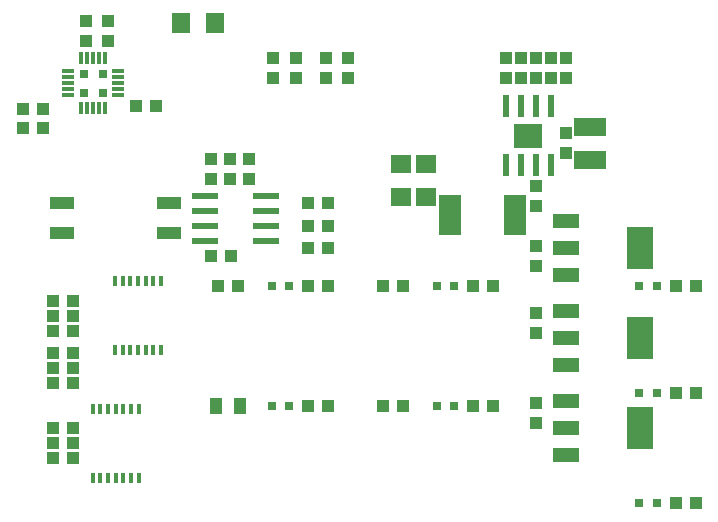
<source format=gtp>
G75*
%MOIN*%
%OFA0B0*%
%FSLAX24Y24*%
%IPPOS*%
%LPD*%
%AMOC8*
5,1,8,0,0,1.08239X$1,22.5*
%
%ADD10R,0.0138X0.0354*%
%ADD11R,0.0394X0.0433*%
%ADD12R,0.1063X0.0630*%
%ADD13R,0.0220X0.0780*%
%ADD14R,0.0980X0.0790*%
%ADD15R,0.0433X0.0394*%
%ADD16R,0.0728X0.1339*%
%ADD17R,0.0709X0.0630*%
%ADD18R,0.0433X0.0551*%
%ADD19R,0.0880X0.0480*%
%ADD20R,0.0866X0.1417*%
%ADD21R,0.0315X0.0315*%
%ADD22R,0.0866X0.0236*%
%ADD23R,0.0790X0.0430*%
%ADD24R,0.0394X0.0118*%
%ADD25R,0.0118X0.0394*%
%ADD26R,0.0630X0.0710*%
D10*
X005182Y004098D03*
X005438Y004098D03*
X005694Y004098D03*
X005950Y004098D03*
X006206Y004098D03*
X006462Y004098D03*
X006718Y004098D03*
X006718Y006402D03*
X006462Y006402D03*
X006206Y006402D03*
X005950Y006402D03*
X005694Y006402D03*
X005438Y006402D03*
X005182Y006402D03*
X005932Y008348D03*
X006188Y008348D03*
X006444Y008348D03*
X006700Y008348D03*
X006956Y008348D03*
X007212Y008348D03*
X007468Y008348D03*
X007468Y010652D03*
X007212Y010652D03*
X006956Y010652D03*
X006700Y010652D03*
X006444Y010652D03*
X006188Y010652D03*
X005932Y010652D03*
D11*
X004535Y010000D03*
X003865Y010000D03*
X003865Y009500D03*
X003865Y009000D03*
X004535Y009000D03*
X004535Y009500D03*
X004535Y008250D03*
X004535Y007750D03*
X003865Y007750D03*
X003865Y008250D03*
X003865Y007250D03*
X004535Y007250D03*
X004535Y005750D03*
X004535Y005250D03*
X004535Y004750D03*
X003865Y004750D03*
X003865Y005250D03*
X003865Y005750D03*
X009365Y010500D03*
X010035Y010500D03*
X012365Y010500D03*
X013035Y010500D03*
X014865Y010500D03*
X015535Y010500D03*
X017865Y010500D03*
X018535Y010500D03*
X019950Y013165D03*
X019950Y013835D03*
X020950Y014915D03*
X020950Y015585D03*
X019450Y017415D03*
X018950Y017415D03*
X018950Y018085D03*
X019450Y018085D03*
X013035Y013250D03*
X012365Y013250D03*
X012365Y012500D03*
X013035Y012500D03*
X013035Y011750D03*
X012365Y011750D03*
X012365Y006500D03*
X013035Y006500D03*
X014865Y006500D03*
X015535Y006500D03*
X017865Y006500D03*
X018535Y006500D03*
X024615Y006933D03*
X025285Y006933D03*
X025285Y010500D03*
X024615Y010500D03*
X024615Y003250D03*
X025285Y003250D03*
X003535Y015750D03*
X002865Y015750D03*
X002865Y016385D03*
X003535Y016385D03*
X004950Y018665D03*
X005700Y018665D03*
X005700Y019335D03*
X004950Y019335D03*
D12*
X021750Y015801D03*
X021750Y014699D03*
D13*
X020450Y014530D03*
X019950Y014530D03*
X019450Y014530D03*
X018950Y014530D03*
X018950Y016470D03*
X019450Y016470D03*
X019950Y016470D03*
X020450Y016470D03*
D14*
X019700Y015500D03*
D15*
X019950Y017415D03*
X020450Y017415D03*
X020950Y017415D03*
X020950Y018085D03*
X020450Y018085D03*
X019950Y018085D03*
X013700Y018085D03*
X012950Y018085D03*
X012950Y017415D03*
X013700Y017415D03*
X011950Y017415D03*
X011200Y017415D03*
X011200Y018085D03*
X011950Y018085D03*
X007285Y016500D03*
X006615Y016500D03*
X009133Y014735D03*
X009768Y014735D03*
X010403Y014735D03*
X010403Y014065D03*
X009768Y014065D03*
X009133Y014065D03*
X009115Y011500D03*
X009785Y011500D03*
X019950Y011165D03*
X019950Y011835D03*
X019950Y009585D03*
X019950Y008915D03*
X019950Y006585D03*
X019950Y005915D03*
D16*
X019263Y012868D03*
X017098Y012868D03*
D17*
X016300Y013449D03*
X015450Y013449D03*
X015450Y014551D03*
X016300Y014551D03*
D18*
X010094Y006500D03*
X009306Y006500D03*
D19*
X020980Y006660D03*
X020980Y005750D03*
X020980Y004840D03*
X020980Y007840D03*
X020980Y008750D03*
X020980Y009660D03*
X020980Y010840D03*
X020980Y011750D03*
X020980Y012660D03*
D20*
X023420Y011750D03*
X023420Y008750D03*
X023420Y005750D03*
D21*
X023405Y006933D03*
X023995Y006933D03*
X023995Y010500D03*
X023405Y010500D03*
X017245Y010500D03*
X016655Y010500D03*
X011745Y010500D03*
X011155Y010500D03*
X011155Y006500D03*
X011745Y006500D03*
X016655Y006500D03*
X017245Y006500D03*
X023405Y003250D03*
X023995Y003250D03*
X005515Y016935D03*
X004885Y016935D03*
X004885Y017565D03*
X005515Y017565D03*
D22*
X008926Y013500D03*
X008926Y013000D03*
X008926Y012500D03*
X008926Y012000D03*
X010974Y012000D03*
X010974Y012500D03*
X010974Y013000D03*
X010974Y013500D03*
D23*
X007720Y013250D03*
X007720Y012250D03*
X004180Y012250D03*
X004180Y013250D03*
D24*
X004373Y016856D03*
X004373Y017053D03*
X004373Y017250D03*
X004373Y017447D03*
X004373Y017644D03*
X006027Y017644D03*
X006027Y017447D03*
X006027Y017250D03*
X006027Y017053D03*
X006027Y016856D03*
D25*
X005594Y016423D03*
X005397Y016423D03*
X005200Y016423D03*
X005003Y016423D03*
X004806Y016423D03*
X004806Y018077D03*
X005003Y018077D03*
X005200Y018077D03*
X005397Y018077D03*
X005594Y018077D03*
D26*
X008140Y019250D03*
X009260Y019250D03*
M02*

</source>
